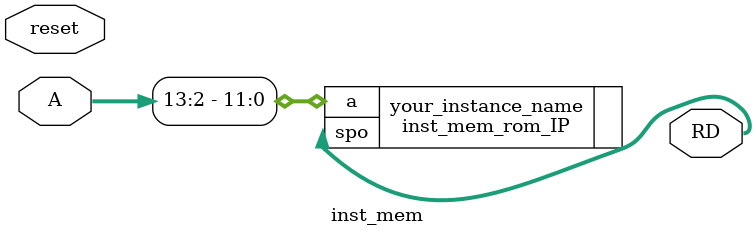
<source format=v>
`timescale 1ns / 1ps
/*±¾ÎÄ¼þÎªMCUµÄinstruction memoryÄ£¿éÉè¼ÆÎÄ¼þ
ÊäÈë£º
A£¨Í¼ÖÐµÄA£©£º¶ÁÊý¾Ý¶ÔÓ¦µÄaddress£¨32 bit£©£¬ ÊÇ MIPS ÒÔ4Îª±¶ÊýµÄ address

Êä³ö£º
RD£¨Í¼ÖÐµÄRD)£º¸ù¾ÝaddressÊä³öµÄ¶ÔÓ¦Êý¾Ý£¨32 bit£©

additional comments:
´ËÄ£¿éÒÑ¾­½« MIPS µÄ address ³ýÒÔ4×ªÎªIP coreµÄaddress
*/
//////////////////////////////////////////////////////////////////////////////////


module inst_mem(
    input [31:0] A,
    input reset,
    output [31:0] RD
    );

inst_mem_rom_IP your_instance_name (
  .a(A[13:2]),      // input wire [6 : 0] a
  .spo(RD)  // output wire [31 : 0] spo
);

endmodule

</source>
